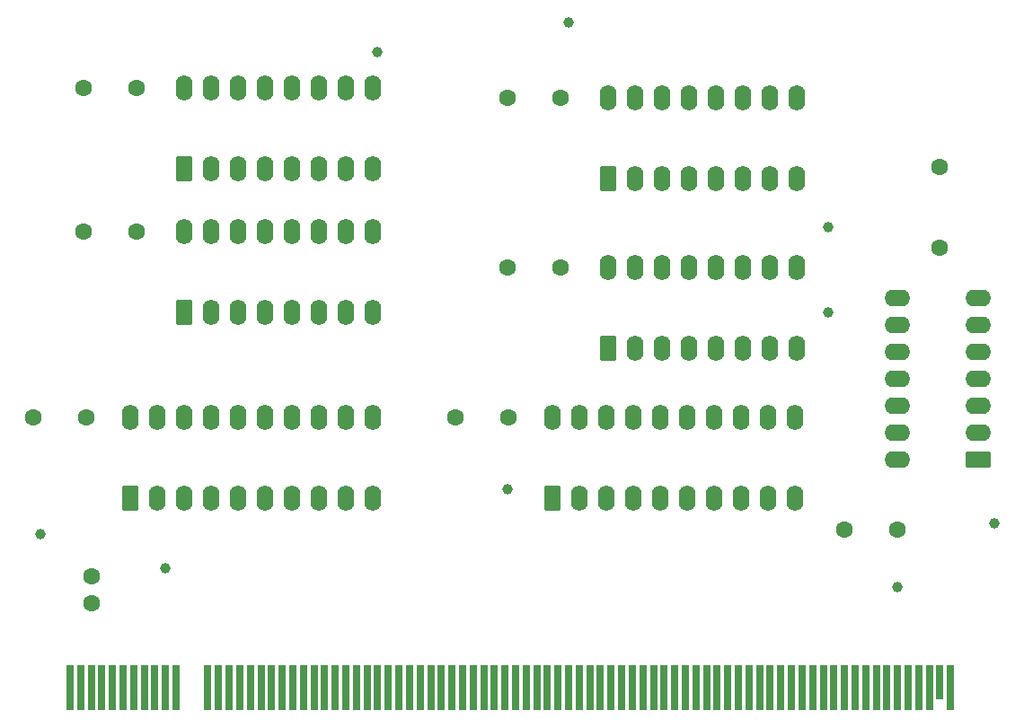
<source format=gbr>
%TF.GenerationSoftware,KiCad,Pcbnew,9.0.5*%
%TF.CreationDate,2025-11-19T18:17:22+02:00*%
%TF.ProjectId,pc,70632e6b-6963-4616-945f-706362585858,rev?*%
%TF.SameCoordinates,Original*%
%TF.FileFunction,Soldermask,Top*%
%TF.FilePolarity,Negative*%
%FSLAX46Y46*%
G04 Gerber Fmt 4.6, Leading zero omitted, Abs format (unit mm)*
G04 Created by KiCad (PCBNEW 9.0.5) date 2025-11-19 18:17:22*
%MOMM*%
%LPD*%
G01*
G04 APERTURE LIST*
G04 Aperture macros list*
%AMRoundRect*
0 Rectangle with rounded corners*
0 $1 Rounding radius*
0 $2 $3 $4 $5 $6 $7 $8 $9 X,Y pos of 4 corners*
0 Add a 4 corners polygon primitive as box body*
4,1,4,$2,$3,$4,$5,$6,$7,$8,$9,$2,$3,0*
0 Add four circle primitives for the rounded corners*
1,1,$1+$1,$2,$3*
1,1,$1+$1,$4,$5*
1,1,$1+$1,$6,$7*
1,1,$1+$1,$8,$9*
0 Add four rect primitives between the rounded corners*
20,1,$1+$1,$2,$3,$4,$5,0*
20,1,$1+$1,$4,$5,$6,$7,0*
20,1,$1+$1,$6,$7,$8,$9,0*
20,1,$1+$1,$8,$9,$2,$3,0*%
G04 Aperture macros list end*
%ADD10C,1.600000*%
%ADD11C,1.000000*%
%ADD12R,0.700000X4.300000*%
%ADD13R,0.700000X3.200000*%
%ADD14RoundRect,0.250000X0.550000X-0.950000X0.550000X0.950000X-0.550000X0.950000X-0.550000X-0.950000X0*%
%ADD15O,1.600000X2.400000*%
%ADD16RoundRect,0.250000X0.950000X0.550000X-0.950000X0.550000X-0.950000X-0.550000X0.950000X-0.550000X0*%
%ADD17O,2.400000X1.600000*%
G04 APERTURE END LIST*
D10*
%TO.C,C3*%
X111000000Y-104475735D03*
X116000000Y-104475735D03*
%TD*%
%TO.C,C2*%
X150850000Y-104495735D03*
X155850000Y-104495735D03*
%TD*%
%TO.C,C8*%
X192500000Y-115050000D03*
X187500000Y-115050000D03*
%TD*%
D11*
%TO.C,Pls1*%
X201621000Y-114500000D03*
%TD*%
%TO.C,Rst1*%
X161500000Y-67250000D03*
%TD*%
%TO.C,Inc1*%
X186000000Y-86500000D03*
%TD*%
%TO.C,~{RL}1*%
X155750000Y-111250000D03*
%TD*%
D10*
%TO.C,C4*%
X155710000Y-90380000D03*
X160710000Y-90380000D03*
%TD*%
%TO.C,R1*%
X196500000Y-88510000D03*
X196500000Y-80890000D03*
%TD*%
D12*
%TO.C,BC1*%
X114500000Y-130000000D03*
X115500000Y-130000000D03*
X116500000Y-130000000D03*
X117500000Y-130000000D03*
X118500000Y-130000000D03*
X119500000Y-130000000D03*
X120500000Y-130000000D03*
X121500000Y-130000000D03*
X122500000Y-130000000D03*
X123500000Y-130000000D03*
X124500000Y-130000000D03*
X127500000Y-130000000D03*
X128500000Y-130000000D03*
X129500000Y-130000000D03*
X130500000Y-130000000D03*
X131500000Y-130000000D03*
X132500000Y-130000000D03*
X133500000Y-130000000D03*
X134500000Y-130000000D03*
X135500000Y-130000000D03*
X136500000Y-130000000D03*
X137500000Y-130000000D03*
X138500000Y-130000000D03*
X139500000Y-130000000D03*
X140500000Y-130000000D03*
X141500000Y-130000000D03*
X142500000Y-130000000D03*
X143500000Y-130000000D03*
X144500000Y-130000000D03*
X145500000Y-130000000D03*
X146500000Y-130000000D03*
X147500000Y-130000000D03*
X148500000Y-130000000D03*
X149500000Y-130000000D03*
X150500000Y-130000000D03*
X151500000Y-130000000D03*
X152500000Y-130000000D03*
X153500000Y-130000000D03*
X154500000Y-130000000D03*
X155500000Y-130000000D03*
X156500000Y-130000000D03*
X157500000Y-130000000D03*
X158500000Y-130000000D03*
X159500000Y-130000000D03*
X160500000Y-130000000D03*
X161500000Y-130000000D03*
X162500000Y-130000000D03*
X163500000Y-130000000D03*
X164500000Y-130000000D03*
X165500000Y-130000000D03*
X166500000Y-130000000D03*
X167500000Y-130000000D03*
X168500000Y-130000000D03*
X169500000Y-130000000D03*
X170500000Y-130000000D03*
X171500000Y-130000000D03*
X172500000Y-130000000D03*
X173500000Y-130000000D03*
X174500000Y-130000000D03*
X175500000Y-130000000D03*
X176500000Y-130000000D03*
X177500000Y-130000000D03*
X178500000Y-130000000D03*
X179500000Y-130000000D03*
X180500000Y-130000000D03*
X181500000Y-130000000D03*
X182500000Y-130000000D03*
X183500000Y-130000000D03*
X184500000Y-130000000D03*
X185500000Y-130000000D03*
X186500000Y-130000000D03*
X187500000Y-130000000D03*
X188500000Y-130000000D03*
X189500000Y-130000000D03*
X190500000Y-130000000D03*
X191500000Y-130000000D03*
X192500000Y-130000000D03*
X193500000Y-130000000D03*
X194500000Y-130000000D03*
X195500000Y-130000000D03*
D13*
X196500000Y-129450000D03*
D12*
X197500000Y-130000000D03*
%TD*%
D11*
%TO.C,LL1*%
X186000000Y-94600000D03*
%TD*%
D14*
%TO.C,U5*%
X165220000Y-98000000D03*
D15*
X167760000Y-98000000D03*
X170300000Y-98000000D03*
X172840000Y-98000000D03*
X175380000Y-98000000D03*
X177920000Y-98000000D03*
X180460000Y-98000000D03*
X183000000Y-98000000D03*
X183000000Y-90380000D03*
X180460000Y-90380000D03*
X177920000Y-90380000D03*
X175380000Y-90380000D03*
X172840000Y-90380000D03*
X170300000Y-90380000D03*
X167760000Y-90380000D03*
X165220000Y-90380000D03*
%TD*%
D16*
%TO.C,U1*%
X200120000Y-108500000D03*
D17*
X200120000Y-105960000D03*
X200120000Y-103420000D03*
X200120000Y-100880000D03*
X200120000Y-98340000D03*
X200120000Y-95800000D03*
X200120000Y-93260000D03*
X192500000Y-93260000D03*
X192500000Y-95800000D03*
X192500000Y-98340000D03*
X192500000Y-100880000D03*
X192500000Y-103420000D03*
X192500000Y-105960000D03*
X192500000Y-108500000D03*
%TD*%
D10*
%TO.C,C6*%
X155760000Y-74380000D03*
X160760000Y-74380000D03*
%TD*%
%TO.C,C5*%
X115750000Y-87000000D03*
X120750000Y-87000000D03*
%TD*%
D14*
%TO.C,U7*%
X120180000Y-112115735D03*
D15*
X122720000Y-112115735D03*
X125260000Y-112115735D03*
X127800000Y-112115735D03*
X130340000Y-112115735D03*
X132880000Y-112115735D03*
X135420000Y-112115735D03*
X137960000Y-112115735D03*
X140500000Y-112115735D03*
X143040000Y-112115735D03*
X143040000Y-104495735D03*
X140500000Y-104495735D03*
X137960000Y-104495735D03*
X135420000Y-104495735D03*
X132880000Y-104495735D03*
X130340000Y-104495735D03*
X127800000Y-104495735D03*
X125260000Y-104495735D03*
X122720000Y-104495735D03*
X120180000Y-104495735D03*
%TD*%
D11*
%TO.C,Pwr1*%
X111750000Y-115500000D03*
%TD*%
D14*
%TO.C,U6*%
X159992254Y-112135735D03*
D15*
X162532254Y-112135735D03*
X165072254Y-112135735D03*
X167612254Y-112135735D03*
X170152254Y-112135735D03*
X172692254Y-112135735D03*
X175232254Y-112135735D03*
X177772254Y-112135735D03*
X180312254Y-112135735D03*
X182852254Y-112135735D03*
X182852254Y-104515735D03*
X180312254Y-104515735D03*
X177772254Y-104515735D03*
X175232254Y-104515735D03*
X172692254Y-104515735D03*
X170152254Y-104515735D03*
X167612254Y-104515735D03*
X165072254Y-104515735D03*
X162532254Y-104515735D03*
X159992254Y-104515735D03*
%TD*%
D11*
%TO.C,LH1*%
X143500000Y-70000000D03*
%TD*%
D10*
%TO.C,C7*%
X120760000Y-73380000D03*
X115760000Y-73380000D03*
%TD*%
D14*
%TO.C,U2*%
X125220000Y-81000000D03*
D15*
X127760000Y-81000000D03*
X130300000Y-81000000D03*
X132840000Y-81000000D03*
X135380000Y-81000000D03*
X137920000Y-81000000D03*
X140460000Y-81000000D03*
X143000000Y-81000000D03*
X143000000Y-73380000D03*
X140460000Y-73380000D03*
X137920000Y-73380000D03*
X135380000Y-73380000D03*
X132840000Y-73380000D03*
X130300000Y-73380000D03*
X127760000Y-73380000D03*
X125220000Y-73380000D03*
%TD*%
D11*
%TO.C,~{RH}1*%
X123500000Y-118750000D03*
%TD*%
D14*
%TO.C,U3*%
X125260000Y-94620000D03*
D15*
X127800000Y-94620000D03*
X130340000Y-94620000D03*
X132880000Y-94620000D03*
X135420000Y-94620000D03*
X137960000Y-94620000D03*
X140500000Y-94620000D03*
X143040000Y-94620000D03*
X143040000Y-87000000D03*
X140500000Y-87000000D03*
X137960000Y-87000000D03*
X135420000Y-87000000D03*
X132880000Y-87000000D03*
X130340000Y-87000000D03*
X127800000Y-87000000D03*
X125260000Y-87000000D03*
%TD*%
D11*
%TO.C,~{Clk}1*%
X192500000Y-120500000D03*
%TD*%
D14*
%TO.C,U4*%
X165220000Y-82000000D03*
D15*
X167760000Y-82000000D03*
X170300000Y-82000000D03*
X172840000Y-82000000D03*
X175380000Y-82000000D03*
X177920000Y-82000000D03*
X180460000Y-82000000D03*
X183000000Y-82000000D03*
X183000000Y-74380000D03*
X180460000Y-74380000D03*
X177920000Y-74380000D03*
X175380000Y-74380000D03*
X172840000Y-74380000D03*
X170300000Y-74380000D03*
X167760000Y-74380000D03*
X165220000Y-74380000D03*
%TD*%
D10*
%TO.C,C1*%
X116500000Y-121989010D03*
X116500000Y-119489010D03*
%TD*%
M02*

</source>
